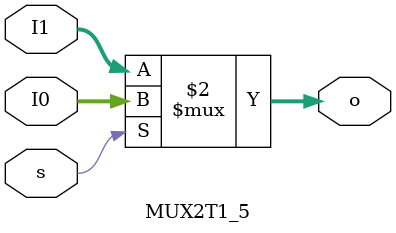
<source format=v>
`timescale 1ns / 1ps


module MUX2T1_5(
        input [4:0]I0,
        input [4:0]I1,
        input s,
        output reg [4:0]o
    );
    
    always @(*) begin
        o <= s ? I0 : I1;
        end
    
endmodule

</source>
